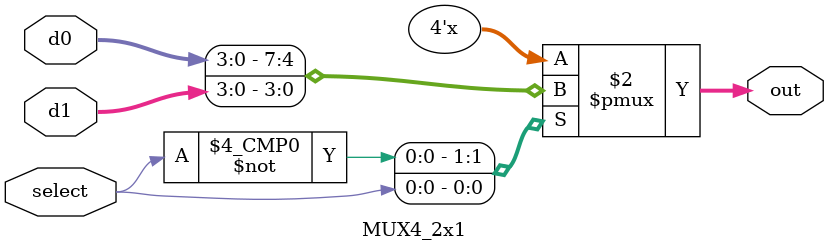
<source format=v>
module MUX8_2x1(
  input select,
  input [7:0] d0,
  input [7:0] d1,
  output [7:0] out
);
  reg [7:0] out;
  
  always @ *
    case (select)
      0: out = d0;
      1: out = d1;
    endcase
endmodule

module MUX4_2x1(
  input select,
  input [3:0] d0,
  input [3:0] d1,
  output [3:0] out
);
  reg [3:0] out;
  
  always @ *
    case (select)
      0: out = d0;
      1: out = d1;
    endcase
endmodule
</source>
